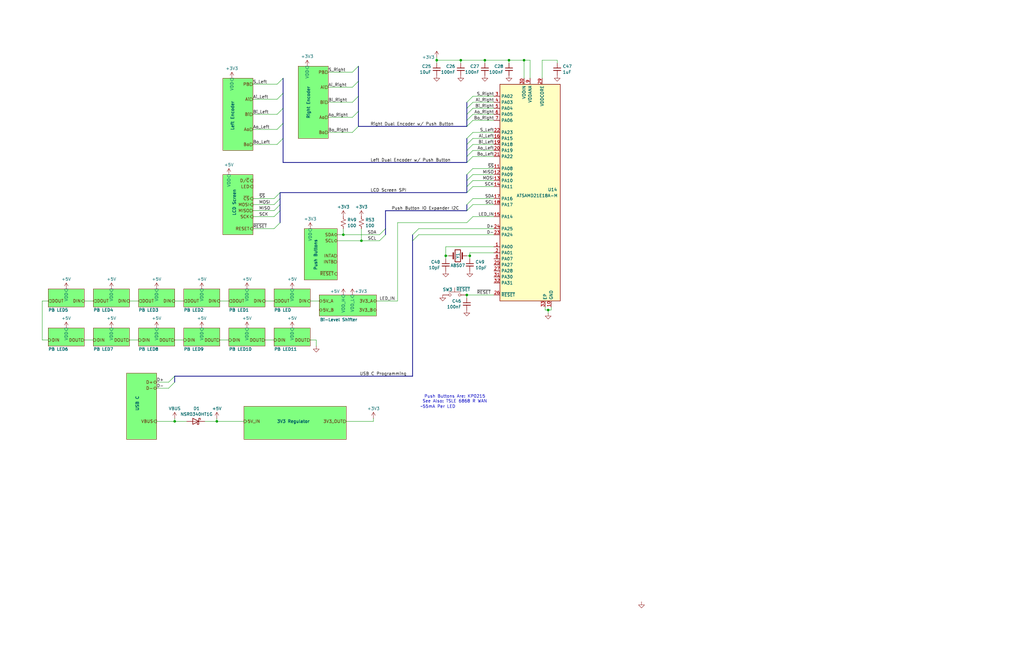
<source format=kicad_sch>
(kicad_sch (version 20250114) (generator "eeschema") (generator_version "9.0")
  (paper "B")
  (lib_symbols
    (symbol "Device:C_Small" (pin_numbers (hide yes)) (pin_names (offset 0.254) (hide yes))
      (property "Reference" "C" (at 0.254 1.778 0))
      (property "Value" "C_Small" (at 0.254 -2.032 0))
      (symbol "C_Small_0_1"
        (polyline (pts (xy -1.524 0.508) (xy 1.524 0.508)) (stroke (width 0.3048)))
        (polyline (pts (xy -1.524 -0.508) (xy 1.524 -0.508)) (stroke (width 0.3302)))
      )
      (symbol "C_Small_1_1"
        (pin passive line (at 0 2.54 270) (length 2.032) (name "~") (number "1"))
        (pin passive line (at 0 -2.54 90) (length 2.032) (name "~") (number "2"))
      )
    )
    (symbol "Device:Crystal" (pin_numbers (hide yes)) (pin_names (offset 1.016) (hide yes))
      (property "Reference" "Y" (at 0 3.81 0))
      (property "Value" "Crystal" (at 0 -3.81 0))
      (symbol "Crystal_0_1"
        (polyline (pts (xy -2.54 0) (xy -1.905 0)))
        (polyline (pts (xy -1.905 -1.27) (xy -1.905 1.27)) (stroke (width 0.508)))
        (rectangle (start -1.143 2.54) (end 1.143 -2.54) (stroke (width 0.3048)))
        (polyline (pts (xy 1.905 -1.27) (xy 1.905 1.27)) (stroke (width 0.508)))
        (polyline (pts (xy 2.54 0) (xy 1.905 0)))
      )
      (symbol "Crystal_1_1"
        (pin passive line (at -3.81 0 0) (length 1.27) (name "1") (number "1"))
        (pin passive line (at 3.81 0 180) (length 1.27) (name "2") (number "2"))
      )
    )
    (symbol "Device:R_Small_US" (pin_numbers (hide yes)) (pin_names (offset 0.254) (hide yes))
      (property "Reference" "R" (at 0.762 0.508 0))
      (property "Value" "R_Small_US" (at 0.762 -1.016 0))
      (symbol "R_Small_US_1_1"
        (polyline (pts (xy 0 1.524) (xy 1.016 1.143) (xy 0 0.762) (xy -1.016 0.381) (xy 0 0)))
        (polyline (pts (xy 0 0) (xy 1.016 -0.381) (xy 0 -0.762) (xy -1.016 -1.143) (xy 0 -1.524)))
        (pin passive line (at 0 2.54 270) (length 1.016) (name "~") (number "1"))
        (pin passive line (at 0 -2.54 90) (length 1.016) (name "~") (number "2"))
      )
    )
    (symbol "Diode:NSR0340HT1G" (pin_numbers (hide yes)) (pin_names (offset 1.016) (hide yes))
      (property "Reference" "D" (at 0 2.54 0))
      (property "Value" "NSR0340HT1G" (at 0 -2.54 0))
      (symbol "NSR0340HT1G_0_1"
        (polyline (pts (xy -1.905 0.635) (xy -1.905 1.27) (xy -1.27 1.27) (xy -1.27 -1.27) (xy -0.635 -1.27) (xy -0.635 -0.635)) (stroke (width 0.254)))
        (polyline (pts (xy 1.27 1.27) (xy 1.27 -1.27) (xy -1.27 0) (xy 1.27 1.27)) (stroke (width 0.254)))
        (polyline (pts (xy 1.27 0) (xy -1.27 0)))
      )
      (symbol "NSR0340HT1G_1_1"
        (pin passive line (at -3.81 0 0) (length 2.54) (name "K") (number "1"))
        (pin passive line (at 3.81 0 180) (length 2.54) (name "A") (number "2"))
      )
    )
    (symbol "MCU_Microchip_SAMD:ATSAMD21E18A-M"
      (property "Reference" "U14" (at 8.89 1.27 0))
      (property "Value" "ATSAMD21E18A-M" (at 9.144 -1.27 0))
      (symbol "ATSAMD21E18A-M_1_1"
        (rectangle (start -15.24 45.72) (end 10.16 -45.72) (stroke (width 0.254)) (fill (type background)))
        (pin bidirectional line (at -17.78 40.64 0) (length 2.54) (name "PA02") (number "3"))
        (pin bidirectional line (at -17.78 38.1 0) (length 2.54) (name "PA03") (number "4"))
        (pin bidirectional line (at -17.78 35.56 0) (length 2.54) (name "PA04") (number "5"))
        (pin bidirectional line (at -17.78 33.02 0) (length 2.54) (name "PA05") (number "6"))
        (pin bidirectional line (at -17.78 30.48 0) (length 2.54) (name "PA06") (number "7"))
        (pin bidirectional line (at -17.78 25.4 0) (length 2.54) (name "PA23") (number "22"))
        (pin bidirectional line (at -17.78 22.86 0) (length 2.54) (name "PA15") (number "16"))
        (pin bidirectional line (at -17.78 20.32 0) (length 2.54) (name "PA18") (number "19"))
        (pin bidirectional line (at -17.78 17.78 0) (length 2.54) (name "PA19") (number "20"))
        (pin bidirectional line (at -17.78 15.24 0) (length 2.54) (name "PA22") (number "21"))
        (pin bidirectional line (at -17.78 10.16 0) (length 2.54) (name "PA08") (number "11"))
        (pin bidirectional line (at -17.78 7.62 0) (length 2.54) (name "PA09") (number "12"))
        (pin bidirectional line (at -17.78 5.08 0) (length 2.54) (name "PA10") (number "13"))
        (pin bidirectional line (at -17.78 2.54 0) (length 2.54) (name "PA11") (number "14"))
        (pin bidirectional line (at -17.78 -2.54 0) (length 2.54) (name "PA16") (number "17"))
        (pin bidirectional line (at -17.78 -5.08 0) (length 2.54) (name "PA17") (number "18"))
        (pin bidirectional line (at -17.78 -10.16 0) (length 2.54) (name "PA14") (number "15"))
        (pin bidirectional line (at -17.78 -15.24 0) (length 2.54) (name "PA25") (number "24"))
        (pin bidirectional line (at -17.78 -17.78 0) (length 2.54) (name "PA24") (number "23"))
        (pin bidirectional line (at -17.78 -22.86 0) (length 2.54) (name "PA00") (number "1"))
        (pin bidirectional line (at -17.78 -25.4 0) (length 2.54) (name "PA01") (number "2"))
        (pin bidirectional line (at -17.78 -27.94 0) (length 2.54) (name "PA07") (number "8"))
        (pin bidirectional line (at -17.78 -30.48 0) (length 2.54) (name "PA27") (number "25"))
        (pin bidirectional line (at -17.78 -33.02 0) (length 2.54) (name "PA28") (number "27"))
        (pin bidirectional line (at -17.78 -35.56 0) (length 2.54) (name "PA30") (number "31"))
        (pin bidirectional line (at -17.78 -38.1 0) (length 2.54) (name "PA31") (number "32"))
        (pin input line (at -17.78 -43.18 0) (length 2.54) (name "~{RESET}") (number "26"))
        (pin power_in line (at -5.08 48.26 270) (length 2.54) (name "VDDIN") (number "30"))
        (pin power_in line (at -2.54 48.26 270) (length 2.54) (name "VDDANA") (number "9"))
        (pin power_out line (at 2.54 48.26 270) (length 2.54) (name "VDDCORE") (number "29"))
        (pin passive line (at 3.81 -48.26 90) (length 2.54) (name "EP") (number "33"))
        (pin power_in line (at 6.35 -48.26 90) (length 2.54) (name "GND") (number "10"))
        (pin passive line (at 6.35 -48.26 90) (length 2.54) (hide yes) (name "GND") (number "28"))
      )
    )
    (symbol "Switch:SW_Push" (pin_numbers (hide yes)) (pin_names (offset 1.016) (hide yes))
      (property "Reference" "SW" (at 1.27 2.54 0))
      (property "Value" "SW_Push" (at 0 -1.524 0))
      (symbol "SW_Push_0_1"
        (circle (center -2.032 0) (radius 0.508))
        (polyline (pts (xy 0 1.27) (xy 0 3.048)))
        (circle (center 2.032 0) (radius 0.508))
        (polyline (pts (xy 2.54 1.27) (xy -2.54 1.27)))
        (pin passive line (at -5.08 0 0) (length 2.54) (name "1") (number "1"))
        (pin passive line (at 5.08 0 180) (length 2.54) (name "2") (number "2"))
      )
    )
    (symbol "power:+3V3" (power) (pin_numbers (hide yes)) (pin_names (offset 0) (hide yes))
      (property "Value" "+3V3" (at 0 3.556 0))
      (symbol "+3V3_0_1"
        (polyline (pts (xy -0.762 1.27) (xy 0 2.54)))
        (polyline (pts (xy 0 2.54) (xy 0.762 1.27)))
        (polyline (pts (xy 0 0) (xy 0 2.54)))
      )
      (symbol "+3V3_1_1"
        (pin power_in line (at 0 0 90) (length 0) (name "~") (number "1"))
      )
    )
    (symbol "power:+5V" (power) (pin_numbers (hide yes)) (pin_names (offset 0) (hide yes))
      (property "Value" "+5V" (at 0 3.556 0))
      (symbol "+5V_0_1"
        (polyline (pts (xy -0.762 1.27) (xy 0 2.54)))
        (polyline (pts (xy 0 2.54) (xy 0.762 1.27)))
        (polyline (pts (xy 0 0) (xy 0 2.54)))
      )
      (symbol "+5V_1_1"
        (pin power_in line (at 0 0 90) (length 0) (name "~") (number "1"))
      )
    )
    (symbol "power:GND" (power) (pin_numbers (hide yes)) (pin_names (offset 0) (hide yes))
      (property "Value" "GND" (at 0 -3.81 0))
      (symbol "GND_0_1"
        (polyline (pts (xy 0 0) (xy 0 -1.27) (xy 1.27 -1.27) (xy 0 -2.54) (xy -1.27 -1.27) (xy 0 -1.27)))
      )
      (symbol "GND_1_1"
        (pin power_in line (at 0 0 270) (length 0) (name "~") (number "1"))
      )
    )
    (symbol "power:VBUS" (power) (pin_numbers (hide yes)) (pin_names (offset 0) (hide yes))
      (property "Value" "VBUS" (at 0 3.556 0))
      (symbol "VBUS_0_1"
        (polyline (pts (xy -0.762 1.27) (xy 0 2.54)))
        (polyline (pts (xy 0 2.54) (xy 0.762 1.27)))
        (polyline (pts (xy 0 0) (xy 0 2.54)))
      )
      (symbol "VBUS_1_1"
        (pin power_in line (at 0 0 90) (length 0) (name "~") (number "1"))
      )
    )
  )
  (text "Push Buttons Are: KP0215\nSee Also: TSLE 6868 R WAN" (at 191.77 168.402 0) (effects (font (size 1.27 1.27))))
  (text "~55mA Per LED" (at 184.658 171.704 0) (effects (font (size 1.27 1.27))))
  (junction (at 231.14 130.81))
  (junction (at 144.78 99.06))
  (junction (at 184.15 25.4))
  (junction (at 214.63 25.4))
  (junction (at 194.31 25.4))
  (junction (at 187.96 107.95))
  (junction (at 196.85 124.46))
  (junction (at 220.98 25.4))
  (junction (at 91.44 177.8))
  (junction (at 73.66 177.8))
  (junction (at 198.12 107.95))
  (junction (at 204.47 25.4))
  (junction (at 152.4 101.6))
  (bus_entry (at 196.85 76.2) (size 2.54 -2.54))
  (bus_entry (at 196.85 50.8) (size 2.54 -2.54))
  (bus_entry (at 118.11 88.9) (size -2.54 2.54))
  (bus_entry (at 196.85 93.98) (size 2.54 -2.54))
  (bus_entry (at 148.59 55.88) (size 2.54 -2.54))
  (bus_entry (at 116.84 60.96) (size 2.54 -2.54))
  (bus_entry (at 196.85 86.36) (size 2.54 -2.54))
  (bus_entry (at 196.85 60.96) (size 2.54 -2.54))
  (bus_entry (at 196.85 48.26) (size 2.54 -2.54))
  (bus_entry (at 196.85 68.58) (size 2.54 -2.54))
  (bus_entry (at 116.84 35.56) (size 2.54 -2.54))
  (bus_entry (at 196.85 43.18) (size 2.54 -2.54))
  (bus_entry (at 116.84 41.91) (size 2.54 -2.54))
  (bus_entry (at 118.11 81.28) (size -2.54 2.54))
  (bus_entry (at 73.66 161.29) (size -2.54 2.54))
  (bus_entry (at 148.59 30.48) (size 2.54 -2.54))
  (bus_entry (at 173.99 99.06) (size 2.54 -2.54))
  (bus_entry (at 196.85 78.74) (size 2.54 -2.54))
  (bus_entry (at 196.85 81.28) (size 2.54 -2.54))
  (bus_entry (at 118.11 83.82) (size -2.54 2.54))
  (bus_entry (at 196.85 58.42) (size 2.54 -2.54))
  (bus_entry (at 173.99 101.6) (size 2.54 -2.54))
  (bus_entry (at 196.85 45.72) (size 2.54 -2.54))
  (bus_entry (at 116.84 48.26) (size 2.54 -2.54))
  (bus_entry (at 196.85 66.04) (size 2.54 -2.54))
  (bus_entry (at 196.85 88.9) (size 2.54 -2.54))
  (bus_entry (at 162.56 99.06) (size -2.54 2.54))
  (bus_entry (at 148.59 43.18) (size 2.54 -2.54))
  (bus_entry (at 196.85 53.34) (size 2.54 -2.54))
  (bus_entry (at 118.11 93.98) (size -2.54 2.54))
  (bus_entry (at 148.59 36.83) (size 2.54 -2.54))
  (bus_entry (at 148.59 49.53) (size 2.54 -2.54))
  (bus_entry (at 118.11 86.36) (size -2.54 2.54))
  (bus_entry (at 116.84 54.61) (size 2.54 -2.54))
  (bus_entry (at 73.66 158.75) (size -2.54 2.54))
  (bus_entry (at 196.85 63.5) (size 2.54 -2.54))
  (bus_entry (at 196.85 73.66) (size 2.54 -2.54))
  (bus_entry (at 162.56 96.52) (size -2.54 2.54))
  (wire (pts (xy 111.76 143.51) (xy 115.57 143.51)))
  (wire (pts (xy 106.68 35.56) (xy 116.84 35.56)))
  (wire (pts (xy 138.43 43.18) (xy 148.59 43.18)))
  (wire (pts (xy 184.15 24.13) (xy 184.15 25.4)))
  (bus (pts (xy 196.85 73.66) (xy 196.85 76.2)))
  (bus (pts (xy 162.56 99.06) (xy 162.56 96.52)))
  (wire (pts (xy 106.68 86.36) (xy 115.57 86.36)))
  (wire (pts (xy 176.53 96.52) (xy 208.28 96.52)))
  (wire (pts (xy 106.68 41.91) (xy 116.84 41.91)))
  (wire (pts (xy 106.68 54.61) (xy 116.84 54.61)))
  (wire (pts (xy 199.39 45.72) (xy 208.28 45.72)))
  (bus (pts (xy 151.13 46.99) (xy 151.13 53.34)))
  (wire (pts (xy 35.56 127) (xy 39.37 127)))
  (wire (pts (xy 199.39 43.18) (xy 208.28 43.18)))
  (bus (pts (xy 119.38 39.37) (xy 119.38 45.72)))
  (wire (pts (xy 167.64 93.98) (xy 167.64 127)))
  (wire (pts (xy 199.39 71.12) (xy 208.28 71.12)))
  (wire (pts (xy 198.12 109.22) (xy 198.12 107.95)))
  (wire (pts (xy 167.64 127) (xy 158.75 127)))
  (wire (pts (xy 231.14 130.81) (xy 232.41 130.81)))
  (wire (pts (xy 144.78 99.06) (xy 160.02 99.06)))
  (wire (pts (xy 138.43 49.53) (xy 148.59 49.53)))
  (wire (pts (xy 199.39 50.8) (xy 208.28 50.8)))
  (wire (pts (xy 199.39 78.74) (xy 208.28 78.74)))
  (wire (pts (xy 208.28 106.68) (xy 198.12 106.68)))
  (wire (pts (xy 91.44 176.53) (xy 91.44 177.8)))
  (bus (pts (xy 118.11 86.36) (xy 118.11 83.82)))
  (bus (pts (xy 119.38 52.07) (xy 119.38 58.42)))
  (wire (pts (xy 54.61 127) (xy 58.42 127)))
  (bus (pts (xy 196.85 43.18) (xy 196.85 45.72)))
  (wire (pts (xy 66.04 163.83) (xy 71.12 163.83)))
  (bus (pts (xy 162.56 88.9) (xy 196.85 88.9)))
  (wire (pts (xy 138.43 30.48) (xy 148.59 30.48)))
  (wire (pts (xy 73.66 143.51) (xy 77.47 143.51)))
  (wire (pts (xy 196.85 124.46) (xy 196.85 125.73)))
  (wire (pts (xy 199.39 76.2) (xy 208.28 76.2)))
  (wire (pts (xy 78.74 177.8) (xy 73.66 177.8)))
  (wire (pts (xy 130.81 127) (xy 134.62 127)))
  (bus (pts (xy 162.56 96.52) (xy 162.56 88.9)))
  (wire (pts (xy 231.14 130.81) (xy 231.14 132.08)))
  (wire (pts (xy 184.15 26.67) (xy 184.15 25.4)))
  (wire (pts (xy 214.63 26.67) (xy 214.63 25.4)))
  (wire (pts (xy 234.95 26.67) (xy 234.95 25.4)))
  (wire (pts (xy 198.12 106.68) (xy 198.12 107.95)))
  (wire (pts (xy 142.24 99.06) (xy 144.78 99.06)))
  (wire (pts (xy 208.28 104.14) (xy 187.96 104.14)))
  (wire (pts (xy 106.68 83.82) (xy 115.57 83.82)))
  (bus (pts (xy 173.99 101.6) (xy 173.99 158.75)))
  (wire (pts (xy 196.85 124.46) (xy 208.28 124.46)))
  (wire (pts (xy 133.35 146.05) (xy 133.35 143.51)))
  (wire (pts (xy 157.48 177.8) (xy 146.05 177.8)))
  (wire (pts (xy 220.98 25.4) (xy 223.52 25.4)))
  (wire (pts (xy 204.47 26.67) (xy 204.47 25.4)))
  (wire (pts (xy 220.98 25.4) (xy 220.98 33.02)))
  (wire (pts (xy 187.96 104.14) (xy 187.96 107.95)))
  (wire (pts (xy 199.39 58.42) (xy 208.28 58.42)))
  (wire (pts (xy 106.68 48.26) (xy 116.84 48.26)))
  (wire (pts (xy 92.71 127) (xy 96.52 127)))
  (bus (pts (xy 73.66 161.29) (xy 73.66 158.75)))
  (wire (pts (xy 138.43 55.88) (xy 148.59 55.88)))
  (wire (pts (xy 35.56 143.51) (xy 39.37 143.51)))
  (wire (pts (xy 199.39 66.04) (xy 208.28 66.04)))
  (wire (pts (xy 133.35 143.51) (xy 130.81 143.51)))
  (bus (pts (xy 151.13 34.29) (xy 151.13 40.64)))
  (wire (pts (xy 91.44 177.8) (xy 102.87 177.8)))
  (wire (pts (xy 66.04 177.8) (xy 73.66 177.8)))
  (bus (pts (xy 196.85 63.5) (xy 196.85 66.04)))
  (bus (pts (xy 196.85 78.74) (xy 196.85 81.28)))
  (bus (pts (xy 119.38 33.02) (xy 119.38 39.37)))
  (wire (pts (xy 142.24 101.6) (xy 152.4 101.6)))
  (wire (pts (xy 106.68 88.9) (xy 115.57 88.9)))
  (wire (pts (xy 184.15 25.4) (xy 194.31 25.4)))
  (wire (pts (xy 228.6 25.4) (xy 228.6 33.02)))
  (wire (pts (xy 194.31 25.4) (xy 204.47 25.4)))
  (wire (pts (xy 199.39 55.88) (xy 208.28 55.88)))
  (wire (pts (xy 157.48 176.53) (xy 157.48 177.8)))
  (wire (pts (xy 199.39 86.36) (xy 208.28 86.36)))
  (wire (pts (xy 17.78 127) (xy 20.32 127)))
  (wire (pts (xy 229.87 130.81) (xy 231.14 130.81)))
  (wire (pts (xy 17.78 127) (xy 17.78 143.51)))
  (wire (pts (xy 152.4 101.6) (xy 160.02 101.6)))
  (wire (pts (xy 106.68 60.96) (xy 116.84 60.96)))
  (bus (pts (xy 196.85 86.36) (xy 196.85 88.9)))
  (wire (pts (xy 91.44 177.8) (xy 86.36 177.8)))
  (bus (pts (xy 196.85 76.2) (xy 196.85 78.74)))
  (bus (pts (xy 196.85 58.42) (xy 196.85 60.96)))
  (bus (pts (xy 118.11 88.9) (xy 118.11 93.98)))
  (wire (pts (xy 199.39 83.82) (xy 208.28 83.82)))
  (bus (pts (xy 118.11 88.9) (xy 118.11 86.36)))
  (wire (pts (xy 199.39 63.5) (xy 208.28 63.5)))
  (bus (pts (xy 119.38 58.42) (xy 119.38 68.58)))
  (bus (pts (xy 118.11 81.28) (xy 196.85 81.28)))
  (wire (pts (xy 199.39 40.64) (xy 208.28 40.64)))
  (wire (pts (xy 194.31 26.67) (xy 194.31 25.4)))
  (wire (pts (xy 92.71 143.51) (xy 96.52 143.51)))
  (wire (pts (xy 138.43 36.83) (xy 148.59 36.83)))
  (wire (pts (xy 111.76 127) (xy 115.57 127)))
  (bus (pts (xy 196.85 60.96) (xy 196.85 63.5)))
  (wire (pts (xy 187.96 107.95) (xy 189.23 107.95)))
  (wire (pts (xy 106.68 91.44) (xy 115.57 91.44)))
  (bus (pts (xy 196.85 66.04) (xy 196.85 68.58)))
  (wire (pts (xy 152.4 96.52) (xy 152.4 101.6)))
  (bus (pts (xy 118.11 83.82) (xy 118.11 81.28)))
  (wire (pts (xy 204.47 25.4) (xy 214.63 25.4)))
  (bus (pts (xy 196.85 48.26) (xy 196.85 50.8)))
  (bus (pts (xy 73.66 158.75) (xy 173.99 158.75)))
  (wire (pts (xy 199.39 60.96) (xy 208.28 60.96)))
  (wire (pts (xy 198.12 107.95) (xy 196.85 107.95)))
  (wire (pts (xy 199.39 73.66) (xy 208.28 73.66)))
  (bus (pts (xy 119.38 45.72) (xy 119.38 52.07)))
  (wire (pts (xy 106.68 96.52) (xy 115.57 96.52)))
  (wire (pts (xy 214.63 25.4) (xy 220.98 25.4)))
  (wire (pts (xy 17.78 143.51) (xy 20.32 143.51)))
  (wire (pts (xy 232.41 130.81) (xy 232.41 129.54)))
  (bus (pts (xy 151.13 40.64) (xy 151.13 46.99)))
  (bus (pts (xy 151.13 27.94) (xy 151.13 34.29)))
  (wire (pts (xy 176.53 99.06) (xy 208.28 99.06)))
  (wire (pts (xy 223.52 25.4) (xy 223.52 33.02)))
  (wire (pts (xy 187.96 109.22) (xy 187.96 107.95)))
  (bus (pts (xy 151.13 53.34) (xy 196.85 53.34)))
  (wire (pts (xy 199.39 48.26) (xy 208.28 48.26)))
  (bus (pts (xy 196.85 45.72) (xy 196.85 48.26)))
  (wire (pts (xy 54.61 143.51) (xy 58.42 143.51)))
  (bus (pts (xy 196.85 50.8) (xy 196.85 53.34)))
  (wire (pts (xy 73.66 176.53) (xy 73.66 177.8)))
  (wire (pts (xy 234.95 25.4) (xy 228.6 25.4)))
  (wire (pts (xy 199.39 91.44) (xy 208.28 91.44)))
  (wire (pts (xy 66.04 161.29) (xy 71.12 161.29)))
  (wire (pts (xy 144.78 96.52) (xy 144.78 99.06)))
  (bus (pts (xy 119.38 68.58) (xy 196.85 68.58)))
  (bus (pts (xy 173.99 99.06) (xy 173.99 101.6)))
  (wire (pts (xy 229.87 130.81) (xy 229.87 129.54)))
  (wire (pts (xy 196.85 93.98) (xy 167.64 93.98)))
  (wire (pts (xy 73.66 127) (xy 77.47 127)))
  (label "~{SS}" (at 208.28 71.12 180))
  (label "LED_IN" (at 160.02 127 0))
  (label "Right Dual Encoder w{slash} Push Button" (at 156.21 53.34 0))
  (label "MISO" (at 109.22 88.9 0))
  (label "Ai_Right" (at 138.43 36.83 0))
  (label "Push Button IO Expander I2C" (at 165.1 88.9 0))
  (label "Ai_Left" (at 106.68 41.91 0))
  (label "MISO" (at 208.28 73.66 180))
  (label "Ao_Right" (at 208.28 48.26 180))
  (label "SCL" (at 208.28 86.36 180))
  (label "Ao_Right" (at 138.43 49.53 0))
  (label "S_Right" (at 138.43 30.48 0))
  (label "Left Dual Encoder w{slash} Push Button" (at 156.21 68.58 0))
  (label "S_Left" (at 208.28 55.88 180))
  (label "Bo_Right" (at 208.28 50.8 180))
  (label "USB C Programming" (at 171.45 158.75 180))
  (label "S_Left" (at 106.68 35.56 0))
  (label "~{RESET}" (at 207.01 124.46 180))
  (label "D-" (at 66.04 163.83 0))
  (label "Ai_Left" (at 208.28 58.42 180))
  (label "Bi_Right" (at 138.43 43.18 0))
  (label "Bi_Left" (at 208.28 60.96 180))
  (label "SCL" (at 158.75 101.6 180))
  (label "Ao_Left" (at 106.68 54.61 0))
  (label "LED_IN" (at 208.28 91.44 180))
  (label "D+" (at 208.28 96.52 180))
  (label "LCD Screen SPI" (at 156.21 81.28 0))
  (label "~{RESET}" (at 106.68 96.52 0))
  (label "Bi_Left" (at 106.68 48.26 0))
  (label "Bo_Left" (at 106.68 60.96 0))
  (label "SCK" (at 109.22 91.44 0))
  (label "Bi_Right" (at 208.28 45.72 180))
  (label "SDA" (at 158.75 99.06 180))
  (label "S_Right" (at 208.28 40.64 180))
  (label "MOSI" (at 208.28 76.2 180))
  (label "Ao_Left" (at 208.28 63.5 180))
  (label "MOSI" (at 109.22 86.36 0))
  (label "Bo_Left" (at 208.28 66.04 180))
  (label "SDA" (at 208.28 83.82 180))
  (label "D-" (at 208.28 99.06 180))
  (label "SCK" (at 208.28 78.74 180))
  (label "Bo_Right" (at 138.43 55.88 0))
  (label "D+" (at 66.04 161.29 0))
  (label "~{SS}" (at 109.22 83.82 0))
  (label "Ai_Right" (at 208.28 43.18 180))
  (symbol (lib_id "Device:C_Small") (at 234.95 29.21 0) (unit 1)
    (property "Reference" "C47" (at 237.2741 28.0041 0) (effects (justify left)))
    (property "Value" "1uF" (at 237.2741 30.4284 0) (effects (justify left)))
    (property "Description" "Unpolarized capacitor, small symbol" (effects (hide yes)))
  )
  (symbol (lib_id "Device:C_Small") (at 187.96 111.76 0) (mirror y) (unit 1)
    (property "Reference" "C48" (at 185.6359 110.5541 0) (effects (justify left)))
    (property "Value" "10pF" (at 185.6359 112.9784 0) (effects (justify left)))
    (property "Description" "Unpolarized capacitor, small symbol" (effects (hide yes)))
  )
  (symbol (lib_id "power:GND") (at 194.31 31.75 0) (mirror y) (unit 1)
    (property "Reference" "#PWR058" (effects (hide yes)))
    (property "Value" "GND" (effects (hide yes)))
    (property "Description" "Power symbol creates a global label with name \"GND\" , ground" (effects (hide yes)))
  )
  (symbol (lib_id "power:+3V3") (at 144.78 91.44 0) (unit 1)
    (property "Reference" "#PWR0173" (effects (hide yes)))
    (property "Value" "+3V3" (at 144.78 87.3069 0))
    (property "Description" "Power symbol creates a global label with name \"+3V3\"" (effects (hide yes)))
  )
  (symbol (lib_id "power:+5V") (at 123.19 121.92 0) (mirror y) (unit 1)
    (property "Reference" "#PWR0181" (effects (hide yes)))
    (property "Value" "+5V" (at 123.19 117.7869 0))
    (property "Description" "Power symbol creates a global label with name \"+5V\"" (effects (hide yes)))
  )
  (symbol (lib_id "power:+5V") (at 66.04 138.43 0) (mirror y) (unit 1)
    (property "Reference" "#PWR0190" (effects (hide yes)))
    (property "Value" "+5V" (at 66.04 134.2969 0))
    (property "Description" "Power symbol creates a global label with name \"+5V\"" (effects (hide yes)))
  )
  (symbol (lib_id "power:GND") (at 198.12 114.3 0) (unit 1)
    (property "Reference" "#PWR0141" (effects (hide yes)))
    (property "Value" "GND" (effects (hide yes)))
    (property "Description" "Power symbol creates a global label with name \"GND\" , ground" (effects (hide yes)))
  )
  (symbol (lib_id "power:+3V3") (at 130.81 96.52 0) (unit 1)
    (property "Reference" "#PWR0172" (effects (hide yes)))
    (property "Value" "+3V3" (at 130.81 92.3869 0))
    (property "Description" "Power symbol creates a global label with name \"+3V3\"" (effects (hide yes)))
  )
  (symbol (lib_id "power:+5V") (at 85.09 138.43 0) (mirror y) (unit 1)
    (property "Reference" "#PWR0189" (effects (hide yes)))
    (property "Value" "+5V" (at 85.09 134.2969 0))
    (property "Description" "Power symbol creates a global label with name \"+5V\"" (effects (hide yes)))
  )
  (symbol (lib_id "power:GND") (at 270.51 254 0) (unit 1)
    (property "Reference" "#PWR060" (effects (hide yes)))
    (property "Value" "GND" (effects (hide yes)))
    (property "Description" "Power symbol creates a global label with name \"GND\" , ground" (effects (hide yes)))
  )
  (symbol (lib_id "power:+5V") (at 123.19 138.43 0) (mirror y) (unit 1)
    (property "Reference" "#PWR0187" (effects (hide yes)))
    (property "Value" "+5V" (at 123.19 134.2969 0))
    (property "Description" "Power symbol creates a global label with name \"+5V\"" (effects (hide yes)))
  )
  (symbol (lib_id "Device:C_Small") (at 214.63 29.21 0) (mirror y) (unit 1)
    (property "Reference" "C28" (at 212.3059 28.0041 0) (effects (justify left)))
    (property "Value" "100nF" (at 212.3059 30.4284 0) (effects (justify left)))
    (property "Description" "Unpolarized capacitor, small symbol" (effects (hide yes)))
  )
  (symbol (lib_id "power:GND") (at 184.15 31.75 0) (mirror y) (unit 1)
    (property "Reference" "#PWR059" (effects (hide yes)))
    (property "Value" "GND" (effects (hide yes)))
    (property "Description" "Power symbol creates a global label with name \"GND\" , ground" (effects (hide yes)))
  )
  (symbol (lib_id "power:+3V3") (at 148.59 124.46 0) (unit 1)
    (property "Reference" "#PWR0194" (effects (hide yes)))
    (property "Value" "+3V3" (at 152.146 122.936 0))
    (property "Description" "Power symbol creates a global label with name \"+3V3\"" (effects (hide yes)))
  )
  (symbol (lib_id "power:+3V3") (at 184.15 24.13 0) (unit 1)
    (property "Reference" "#PWR051" (effects (hide yes)))
    (property "Value" "+3V3" (at 180.594 24.13 0))
    (property "Description" "Power symbol creates a global label with name \"+3V3\"" (effects (hide yes)))
  )
  (symbol (lib_id "Switch:SW_Push") (at 191.77 124.46 0) (unit 1)
    (property "Reference" "SW3" (at 188.722 122.174 0))
    (property "Value" "~{RESET}" (at 195.326 122.174 0))
    (property "Footprint" "Button_Switch_SMD:SW_SPST_TL3342" (effects (hide yes)))
    (property "Description" "Push button switch, generic, two pins" (effects (hide yes)))
  )
  (symbol (lib_id "power:GND") (at 196.85 130.81 0) (unit 1)
    (property "Reference" "#PWR0134" (effects (hide yes)))
    (property "Value" "GND" (effects (hide yes)))
    (property "Description" "Power symbol creates a global label with name \"GND\" , ground" (effects (hide yes)))
  )
  (symbol (lib_id "power:+5V") (at 46.99 121.92 0) (mirror y) (unit 1)
    (property "Reference" "#PWR0185" (effects (hide yes)))
    (property "Value" "+5V" (at 46.99 117.7869 0))
    (property "Description" "Power symbol creates a global label with name \"+5V\"" (effects (hide yes)))
  )
  (symbol (lib_id "Device:C_Small") (at 184.15 29.21 0) (mirror y) (unit 1)
    (property "Reference" "C25" (at 181.8259 28.0041 0) (effects (justify left)))
    (property "Value" "10uF" (at 181.8259 30.4284 0) (effects (justify left)))
    (property "Description" "Unpolarized capacitor, small symbol" (effects (hide yes)))
  )
  (symbol (lib_id "Device:Crystal") (at 193.04 107.95 0) (mirror y) (unit 1)
    (property "Reference" "Y1" (at 193.04 107.95 90))
    (property "Value" "ABS07" (at 193.04 112.014 0))
    (property "Datasheet" "https://abracon.com/Resonators/ABS07.pdf" (effects (hide yes)))
    (property "Description" "Two pin crystal" (effects (hide yes)))
  )
  (symbol (lib_id "power:+5V") (at 85.09 121.92 0) (mirror y) (unit 1)
    (property "Reference" "#PWR0183" (effects (hide yes)))
    (property "Value" "+5V" (at 85.09 117.7869 0))
    (property "Description" "Power symbol creates a global label with name \"+5V\"" (effects (hide yes)))
  )
  (symbol (lib_id "power:+3V3") (at 129.54 27.94 0) (unit 1)
    (property "Reference" "#PWR042" (effects (hide yes)))
    (property "Value" "+3V3" (at 129.54 23.8069 0))
    (property "Description" "Power symbol creates a global label with name \"+3V3\"" (effects (hide yes)))
  )
  (symbol (lib_id "Device:C_Small") (at 204.47 29.21 0) (mirror y) (unit 1)
    (property "Reference" "C27" (at 202.1459 28.0041 0) (effects (justify left)))
    (property "Value" "100nF" (at 202.1459 30.4284 0) (effects (justify left)))
    (property "Description" "Unpolarized capacitor, small symbol" (effects (hide yes)))
  )
  (symbol (lib_id "power:+5V") (at 46.99 138.43 0) (mirror y) (unit 1)
    (property "Reference" "#PWR0191" (effects (hide yes)))
    (property "Value" "+5V" (at 46.99 134.2969 0))
    (property "Description" "Power symbol creates a global label with name \"+5V\"" (effects (hide yes)))
  )
  (symbol (lib_id "Device:R_Small_US") (at 152.4 93.98 0) (unit 1)
    (property "Reference" "R53" (at 154.051 92.7678 0) (effects (justify left)))
    (property "Value" "100" (at 154.051 95.1921 0) (effects (justify left)))
    (property "Description" "Resistor, small US symbol" (effects (hide yes)))
  )
  (symbol (lib_id "power:+5V") (at 27.94 138.43 0) (mirror y) (unit 1)
    (property "Reference" "#PWR0192" (effects (hide yes)))
    (property "Value" "+5V" (at 27.94 134.2969 0))
    (property "Description" "Power symbol creates a global label with name \"+5V\"" (effects (hide yes)))
  )
  (symbol (lib_id "power:+5V") (at 104.14 121.92 0) (mirror y) (unit 1)
    (property "Reference" "#PWR0182" (effects (hide yes)))
    (property "Value" "+5V" (at 104.14 117.7869 0))
    (property "Description" "Power symbol creates a global label with name \"+5V\"" (effects (hide yes)))
  )
  (symbol (lib_id "power:GND") (at 231.14 132.08 0) (unit 1)
    (property "Reference" "#PWR0116" (effects (hide yes)))
    (property "Value" "GND" (effects (hide yes)))
    (property "Description" "Power symbol creates a global label with name \"GND\" , ground" (effects (hide yes)))
  )
  (symbol (lib_id "power:GND") (at 234.95 31.75 0) (unit 1)
    (property "Reference" "#PWR065" (effects (hide yes)))
    (property "Value" "GND" (effects (hide yes)))
    (property "Description" "Power symbol creates a global label with name \"GND\" , ground" (effects (hide yes)))
  )
  (symbol (lib_id "Device:R_Small_US") (at 144.78 93.98 0) (unit 1)
    (property "Reference" "R49" (at 146.431 92.7678 0) (effects (justify left)))
    (property "Value" "100" (at 146.431 95.1921 0) (effects (justify left)))
    (property "Description" "Resistor, small US symbol" (effects (hide yes)))
  )
  (symbol (lib_id "power:GND") (at 214.63 31.75 0) (mirror y) (unit 1)
    (property "Reference" "#PWR0119" (effects (hide yes)))
    (property "Value" "GND" (effects (hide yes)))
    (property "Description" "Power symbol creates a global label with name \"GND\" , ground" (effects (hide yes)))
  )
  (symbol (lib_id "Diode:NSR0340HT1G") (at 82.55 177.8 0) (mirror y) (unit 1)
    (property "Reference" "D1" (at 82.8675 172.3855 0))
    (property "Value" "NSR0340HT1G" (at 82.8675 174.8098 0))
    (property "Footprint" "Diode_SMD:D_SOD-323" (effects (hide yes)))
    (property "Datasheet" "https://www.onsemi.com/pub/Collateral/NSR0340H-D.PDF" (effects (hide yes)))
    (property "Description" "40V 0.25A Schottky Diode, SOD-323" (effects (hide yes)))
  )
  (symbol (lib_id "power:+3V3") (at 157.48 176.53 0) (unit 1)
    (property "Reference" "#PWR052" (effects (hide yes)))
    (property "Value" "+3V3" (at 157.48 172.3969 0))
    (property "Description" "Power symbol creates a global label with name \"+3V3\"" (effects (hide yes)))
  )
  (symbol (lib_id "power:+3V3") (at 152.4 91.44 0) (unit 1)
    (property "Reference" "#PWR0174" (effects (hide yes)))
    (property "Value" "+3V3" (at 152.4 87.3069 0))
    (property "Description" "Power symbol creates a global label with name \"+3V3\"" (effects (hide yes)))
  )
  (symbol (lib_id "Device:C_Small") (at 196.85 128.27 0) (mirror y) (unit 1)
    (property "Reference" "C46" (at 194.5259 127.0641 0) (effects (justify left)))
    (property "Value" "100nF" (at 194.5259 129.4884 0) (effects (justify left)))
    (property "Description" "Unpolarized capacitor, small symbol" (effects (hide yes)))
  )
  (symbol (lib_id "power:GND") (at 186.69 124.46 0) (unit 1)
    (property "Reference" "#PWR0125" (effects (hide yes)))
    (property "Value" "GND" (effects (hide yes)))
    (property "Description" "Power symbol creates a global label with name \"GND\" , ground" (effects (hide yes)))
  )
  (symbol (lib_id "power:+5V") (at 27.94 121.92 0) (mirror y) (unit 1)
    (property "Reference" "#PWR0186" (effects (hide yes)))
    (property "Value" "+5V" (at 27.94 117.7869 0))
    (property "Description" "Power symbol creates a global label with name \"+5V\"" (effects (hide yes)))
  )
  (symbol (lib_id "power:+5V") (at 66.04 121.92 0) (mirror y) (unit 1)
    (property "Reference" "#PWR0184" (effects (hide yes)))
    (property "Value" "+5V" (at 66.04 117.7869 0))
    (property "Description" "Power symbol creates a global label with name \"+5V\"" (effects (hide yes)))
  )
  (symbol (lib_id "Device:C_Small") (at 194.31 29.21 0) (mirror y) (unit 1)
    (property "Reference" "C26" (at 191.9859 28.0041 0) (effects (justify left)))
    (property "Value" "100nF" (at 191.9859 30.4284 0) (effects (justify left)))
    (property "Description" "Unpolarized capacitor, small symbol" (effects (hide yes)))
  )
  (symbol (lib_id "power:+5V") (at 96.52 73.66 0) (mirror y) (unit 1)
    (property "Reference" "#PWR0176" (effects (hide yes)))
    (property "Value" "+5V" (at 96.52 69.5269 0))
    (property "Description" "Power symbol creates a global label with name \"+5V\"" (effects (hide yes)))
  )
  (symbol (lib_id "power:+3V3") (at 97.79 33.02 0) (unit 1)
    (property "Reference" "#PWR041" (effects (hide yes)))
    (property "Value" "+3V3" (at 97.79 28.8869 0))
    (property "Description" "Power symbol creates a global label with name \"+3V3\"" (effects (hide yes)))
  )
  (symbol (lib_id "power:VBUS") (at 73.66 176.53 0) (mirror y) (unit 1)
    (property "Reference" "#PWR053" (effects (hide yes)))
    (property "Value" "VBUS" (at 73.66 172.3969 0))
    (property "Description" "Power symbol creates a global label with name \"VBUS\"" (effects (hide yes)))
  )
  (symbol (lib_id "power:+5V") (at 144.78 124.46 0) (mirror y) (unit 1)
    (property "Reference" "#PWR0193" (effects (hide yes)))
    (property "Value" "+5V" (at 141.224 122.936 0))
    (property "Description" "Power symbol creates a global label with name \"+5V\"" (effects (hide yes)))
  )
  (symbol (lib_id "power:+5V") (at 91.44 176.53 0) (mirror y) (unit 1)
    (property "Reference" "#PWR055" (effects (hide yes)))
    (property "Value" "+5V" (at 91.44 172.3969 0))
    (property "Description" "Power symbol creates a global label with name \"+5V\"" (effects (hide yes)))
  )
  (symbol (lib_id "power:+5V") (at 104.14 138.43 0) (mirror y) (unit 1)
    (property "Reference" "#PWR0188" (effects (hide yes)))
    (property "Value" "+5V" (at 104.14 134.2969 0))
    (property "Description" "Power symbol creates a global label with name \"+5V\"" (effects (hide yes)))
  )
  (symbol (lib_id "power:GND") (at 204.47 31.75 0) (mirror y) (unit 1)
    (property "Reference" "#PWR0117" (effects (hide yes)))
    (property "Value" "GND" (effects (hide yes)))
    (property "Description" "Power symbol creates a global label with name \"GND\" , ground" (effects (hide yes)))
  )
  (symbol (lib_id "Device:C_Small") (at 198.12 111.76 0) (unit 1)
    (property "Reference" "C49" (at 200.4441 110.5541 0) (effects (justify left)))
    (property "Value" "10pF" (at 200.4441 112.9784 0) (effects (justify left)))
    (property "Description" "Unpolarized capacitor, small symbol" (effects (hide yes)))
  )
  (symbol (lib_id "power:GND") (at 187.96 114.3 0) (unit 1)
    (property "Reference" "#PWR0140" (effects (hide yes)))
    (property "Value" "GND" (effects (hide yes)))
    (property "Description" "Power symbol creates a global label with name \"GND\" , ground" (effects (hide yes)))
  )
  (symbol (lib_id "power:GND") (at 133.35 146.05 0) (unit 1)
    (property "Reference" "#PWR0130" (effects (hide yes)))
    (property "Value" "GND" (effects (hide yes)))
    (property "Description" "Power symbol creates a global label with name \"GND\" , ground" (effects (hide yes)))
  )
  (symbol (lib_id "MCU_Microchip_SAMD:ATSAMD21E18A-M") (at 226.06 81.28 0) (unit 1)
    (property "Reference" "U14" (at 234.95 80.01 0) (effects (justify right)))
    (property "Value" "ATSAMD21E18A-M" (at 235.204 82.55 0) (effects (justify right)))
    (property "Footprint" "Package_DFN_QFN:QFN-32-1EP_5x5mm_P0.5mm_EP3.6x3.6mm" (effects (hide yes)))
    (property "Datasheet" "http://ww1.microchip.com/downloads/en/DeviceDoc/SAM_D21_DA1_Family_Data%20Sheet_DS40001882E.pdf" (effects (hide yes)))
    (property "Description" "SAM D21 Microchip SMART ARM-based Flash MCU, 48Mhz, 256K Flash, 32K SRAM, QFN-32" (effects (hide yes)))
  )
  (sheet (at 39.37 121.92) (size 15.24 7.62) (stroke (width 0.1524)) (fill (color 128 255 128 1.0000))
    (property "Sheetname" "PB LED4" (at 39.37 131.572 0) (effects (font (thickness 0.254) (bold yes)) (justify left bottom)))
    (property "Sheetfile" "ButtonLED.kicad_sch" (effects (hide yes)))
    (pin "DIN" input (at 54.61 127 0))
    (pin "DOUT" output (at 39.37 127 180))
    (pin "VDD" input (at 46.99 121.92 90))
  )
  (sheet (at 115.57 121.92) (size 15.24 7.62) (stroke (width 0.1524)) (fill (color 128 255 128 1.0000))
    (property "Sheetname" "PB LED" (at 115.57 131.572 0) (effects (font (thickness 0.254) (bold yes)) (justify left bottom)))
    (property "Sheetfile" "ButtonLED.kicad_sch" (effects (hide yes)))
    (pin "DIN" input (at 130.81 127 0))
    (pin "DOUT" output (at 115.57 127 180))
    (pin "VDD" input (at 123.19 121.92 90))
  )
  (sheet (at 58.42 138.43) (size 15.24 7.62) (stroke (width 0.1524)) (fill (color 128 255 128 1.0000))
    (property "Sheetname" "PB LED8" (at 58.42 148.082 0) (effects (font (thickness 0.254) (bold yes)) (justify left bottom)))
    (property "Sheetfile" "ButtonLED.kicad_sch" (effects (hide yes)))
    (pin "DIN" input (at 58.42 143.51 180))
    (pin "DOUT" output (at 73.66 143.51 0))
    (pin "VDD" input (at 66.04 138.43 90))
  )
  (sheet (at 128.27 96.52) (size 13.97 21.59) (stroke (width 0.1524)) (fill (color 128 255 128 1.0000))
    (property "Sheetname" "Push Buttons" (at 133.096 107.442 90) (effects (font (thickness 0.254) (bold yes))))
    (property "Sheetfile" "PushButtons.kicad_sch" (effects (hide yes)))
    (pin "INTA" output (at 142.24 107.95 0))
    (pin "INTB" output (at 142.24 110.49 0))
    (pin "SCL" bidirectional (at 142.24 101.6 0))
    (pin "SDA" bidirectional (at 142.24 99.06 0))
    (pin "~{RESET}" input (at 142.24 115.57 0))
    (pin "VDD" input (at 130.81 96.52 90))
  )
  (sheet (at 39.37 138.43) (size 15.24 7.62) (stroke (width 0.1524)) (fill (color 128 255 128 1.0000))
    (property "Sheetname" "PB LED7" (at 39.37 148.082 0) (effects (font (thickness 0.254) (bold yes)) (justify left bottom)))
    (property "Sheetfile" "ButtonLED.kicad_sch" (effects (hide yes)))
    (pin "DIN" input (at 39.37 143.51 180))
    (pin "DOUT" output (at 54.61 143.51 0))
    (pin "VDD" input (at 46.99 138.43 90))
  )
  (sheet (at 77.47 121.92) (size 15.24 7.62) (stroke (width 0.1524)) (fill (color 128 255 128 1.0000))
    (property "Sheetname" "PB LED2" (at 77.47 131.572 0) (effects (font (thickness 0.254) (bold yes)) (justify left bottom)))
    (property "Sheetfile" "ButtonLED.kicad_sch" (effects (hide yes)))
    (pin "DIN" input (at 92.71 127 0))
    (pin "DOUT" output (at 77.47 127 180))
    (pin "VDD" input (at 85.09 121.92 90))
  )
  (sheet (at 77.47 138.43) (size 15.24 7.62) (stroke (width 0.1524)) (fill (color 128 255 128 1.0000))
    (property "Sheetname" "PB LED9" (at 77.47 148.082 0) (effects (font (thickness 0.254) (bold yes)) (justify left bottom)))
    (property "Sheetfile" "ButtonLED.kicad_sch" (effects (hide yes)))
    (pin "DIN" input (at 77.47 143.51 180))
    (pin "DOUT" output (at 92.71 143.51 0))
    (pin "VDD" input (at 85.09 138.43 90))
  )
  (sheet (at 134.62 124.46) (size 24.13 8.89) (stroke (width 0.1524)) (fill (color 128 255 128 1.0000))
    (property "Sheetname" "Bi-Level Shifter" (at 134.874 135.636 0) (effects (font (thickness 0.254) (bold yes)) (justify left bottom)))
    (property "Sheetfile" "LVLShift.kicad_sch" (effects (hide yes)))
    (pin "3V3_A" bidirectional (at 158.75 127 0))
    (pin "3V3_B" bidirectional (at 158.75 130.81 0))
    (pin "5V_A" bidirectional (at 134.62 127 180))
    (pin "5V_B" bidirectional (at 134.62 130.81 180))
    (pin "VDD_H" input (at 144.78 124.46 90))
    (pin "VDD_L" input (at 148.59 124.46 90))
  )
  (sheet (at 20.32 121.92) (size 15.24 7.62) (stroke (width 0.1524)) (fill (color 128 255 128 1.0000))
    (property "Sheetname" "PB LED5" (at 20.32 131.572 0) (effects (font (thickness 0.254) (bold yes)) (justify left bottom)))
    (property "Sheetfile" "ButtonLED.kicad_sch" (effects (hide yes)))
    (pin "DIN" input (at 35.56 127 0))
    (pin "DOUT" output (at 20.32 127 180))
    (pin "VDD" input (at 27.94 121.92 90))
  )
  (sheet (at 96.52 121.92) (size 15.24 7.62) (stroke (width 0.1524)) (fill (color 128 255 128 1.0000))
    (property "Sheetname" "PB LED1" (at 96.52 131.572 0) (effects (font (thickness 0.254) (bold yes)) (justify left bottom)))
    (property "Sheetfile" "ButtonLED.kicad_sch" (effects (hide yes)))
    (pin "DIN" input (at 111.76 127 0))
    (pin "DOUT" output (at 96.52 127 180))
    (pin "VDD" input (at 104.14 121.92 90))
  )
  (sheet (at 53.34 157.48) (size 12.7 27.94) (stroke (width 0.1524)) (fill (color 128 255 128 1.0000))
    (property "Sheetname" "USB C" (at 57.912 170.18 90) (effects (font (thickness 0.254) (bold yes))))
    (property "Sheetfile" "USBC.kicad_sch" (effects (hide yes)))
    (pin "D+" bidirectional (at 66.04 161.29 0))
    (pin "D-" bidirectional (at 66.04 163.83 0))
    (pin "VBUS" input (at 66.04 177.8 0))
  )
  (sheet (at 125.73 27.94) (size 12.7 30.48) (stroke (width 0.1524)) (fill (color 128 255 128 1.0000))
    (property "Sheetname" "Right Encoder" (at 130.048 43.18 90) (effects (font (thickness 0.254) (bold yes))))
    (property "Sheetfile" "Encoder.kicad_sch" (effects (hide yes)))
    (pin "Ai" output (at 138.43 36.83 0))
    (pin "Ao" output (at 138.43 49.53 0))
    (pin "Bi" output (at 138.43 43.18 0))
    (pin "Bo" output (at 138.43 55.88 0))
    (pin "PB" output (at 138.43 30.48 0))
    (pin "VDD" input (at 129.54 27.94 90))
  )
  (sheet (at 93.98 73.66) (size 12.7 25.4) (stroke (width 0.1524)) (fill (color 128 255 128 1.0000))
    (property "Sheetname" "LCD Screen" (at 98.806 85.344 90) (effects (font (thickness 0.254) (bold yes))))
    (property "Sheetfile" "LCD_ILI9341.kicad_sch" (effects (hide yes)))
    (pin "D{slash}~{C}" input (at 106.68 76.2 0))
    (pin "LED" input (at 106.68 78.74 0))
    (pin "MISO" output (at 106.68 88.9 0))
    (pin "MOSI" input (at 106.68 86.36 0))
    (pin "RESET" input (at 106.68 96.52 0))
    (pin "SCK" input (at 106.68 91.44 0))
    (pin "~{CS}" input (at 106.68 83.82 0))
    (pin "VDD" input (at 96.52 73.66 90))
  )
  (sheet (at 20.32 138.43) (size 15.24 7.62) (stroke (width 0.1524)) (fill (color 128 255 128 1.0000))
    (property "Sheetname" "PB LED6" (at 20.32 148.082 0) (effects (font (thickness 0.254) (bold yes)) (justify left bottom)))
    (property "Sheetfile" "ButtonLED.kicad_sch" (effects (hide yes)))
    (pin "DIN" input (at 20.32 143.51 180))
    (pin "DOUT" output (at 35.56 143.51 0))
    (pin "VDD" input (at 27.94 138.43 90))
  )
  (sheet (at 102.87 171.45) (size 43.18 13.97) (stroke (width 0.1524)) (fill (color 128 255 128 1.0000))
    (property "Sheetname" "3V3 Regulator" (at 123.698 177.8 0) (effects (font (thickness 0.254) (bold yes))))
    (property "Sheetfile" "3V3Reg.kicad_sch" (effects (hide yes)))
    (pin "3V3_OUT" output (at 146.05 177.8 0))
    (pin "5V_IN" input (at 102.87 177.8 180))
  )
  (sheet (at 93.98 33.02) (size 12.7 30.48) (stroke (width 0.1524)) (fill (color 128 255 128 1.0000))
    (property "Sheetname" "Left Encoder" (at 98.044 48.768 90) (effects (font (thickness 0.254) (bold yes))))
    (property "Sheetfile" "Encoder.kicad_sch" (effects (hide yes)))
    (pin "Ai" output (at 106.68 41.91 0))
    (pin "Ao" output (at 106.68 54.61 0))
    (pin "Bi" output (at 106.68 48.26 0))
    (pin "Bo" output (at 106.68 60.96 0))
    (pin "PB" output (at 106.68 35.56 0))
    (pin "VDD" input (at 97.79 33.02 90))
  )
  (sheet (at 96.52 138.43) (size 15.24 7.62) (stroke (width 0.1524)) (fill (color 128 255 128 1.0000))
    (property "Sheetname" "PB LED10" (at 96.52 148.082 0) (effects (font (thickness 0.254) (bold yes)) (justify left bottom)))
    (property "Sheetfile" "ButtonLED.kicad_sch" (effects (hide yes)))
    (pin "DIN" input (at 96.52 143.51 180))
    (pin "DOUT" output (at 111.76 143.51 0))
    (pin "VDD" input (at 104.14 138.43 90))
  )
  (sheet (at 58.42 121.92) (size 15.24 7.62) (stroke (width 0.1524)) (fill (color 128 255 128 1.0000))
    (property "Sheetname" "PB LED3" (at 58.42 131.572 0) (effects (font (thickness 0.254) (bold yes)) (justify left bottom)))
    (property "Sheetfile" "ButtonLED.kicad_sch" (effects (hide yes)))
    (pin "DIN" input (at 73.66 127 0))
    (pin "DOUT" output (at 58.42 127 180))
    (pin "VDD" input (at 66.04 121.92 90))
  )
  (sheet (at 115.57 138.43) (size 15.24 7.62) (stroke (width 0.1524)) (fill (color 128 255 128 1.0000))
    (property "Sheetname" "PB LED11" (at 115.57 148.082 0) (effects (font (thickness 0.254) (bold yes)) (justify left bottom)))
    (property "Sheetfile" "ButtonLED.kicad_sch" (effects (hide yes)))
    (pin "DIN" input (at 115.57 143.51 180))
    (pin "DOUT" output (at 130.81 143.51 0))
    (pin "VDD" input (at 123.19 138.43 90))
  )
)
</source>
